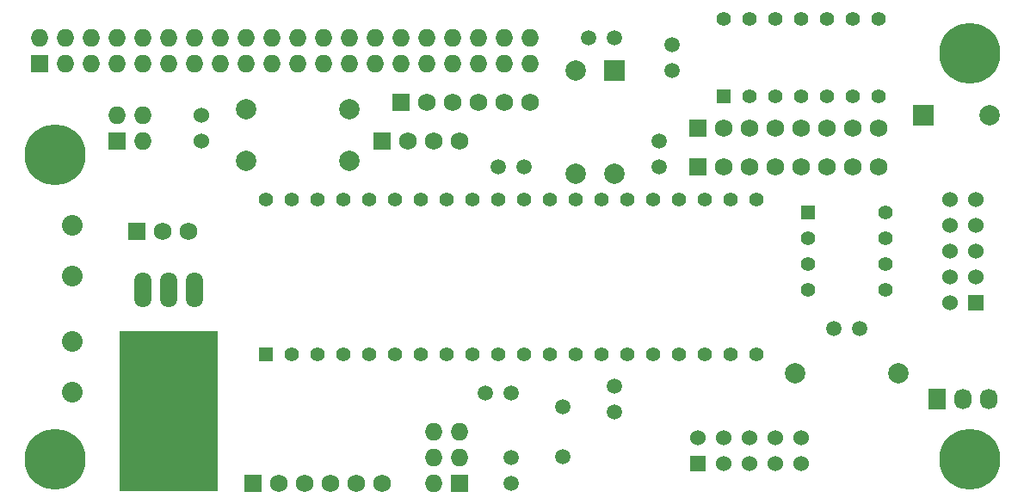
<source format=gts>
%FSLAX34Y34*%
G04 Gerber Fmt 3.4, Leading zero omitted, Abs format*
G04 (created by PCBNEW (2014-jan-25)-product) date Sun 10 Aug 2014 05:09:58 PM PDT*
%MOIN*%
G01*
G70*
G90*
G04 APERTURE LIST*
%ADD10C,0.003937*%
%ADD11C,0.059100*%
%ADD12C,0.078700*%
%ADD13R,0.078700X0.078700*%
%ADD14C,0.060000*%
%ADD15C,0.236220*%
%ADD16R,0.068000X0.080000*%
%ADD17O,0.068000X0.080000*%
%ADD18R,0.068000X0.068000*%
%ADD19O,0.068000X0.068000*%
%ADD20O,0.066900X0.137800*%
%ADD21R,0.380000X0.620000*%
%ADD22R,0.055000X0.055000*%
%ADD23C,0.055000*%
%ADD24R,0.060000X0.060000*%
%ADD25C,0.080000*%
%ADD26C,0.068000*%
G04 APERTURE END LIST*
G54D10*
G54D11*
X59000Y-57000D03*
X59000Y-58000D03*
X63000Y-55250D03*
X63000Y-54250D03*
X59500Y-45750D03*
X58500Y-45750D03*
X58000Y-54500D03*
X59000Y-54500D03*
X72500Y-52000D03*
X71500Y-52000D03*
X64750Y-44750D03*
X64750Y-45750D03*
X65250Y-41000D03*
X65250Y-42000D03*
G54D12*
X63000Y-46000D03*
G54D13*
X63000Y-42000D03*
G54D14*
X47000Y-43750D03*
X47000Y-44750D03*
G54D15*
X41338Y-45275D03*
X76771Y-41338D03*
X41338Y-57086D03*
X76771Y-57086D03*
G54D16*
X75500Y-54750D03*
G54D17*
X76500Y-54750D03*
X77500Y-54750D03*
G54D18*
X43750Y-44750D03*
G54D19*
X43750Y-43750D03*
X44750Y-44750D03*
X44750Y-43750D03*
G54D18*
X57000Y-58000D03*
G54D19*
X56000Y-58000D03*
X57000Y-57000D03*
X56000Y-57000D03*
X57000Y-56000D03*
X56000Y-56000D03*
G54D20*
X45750Y-50500D03*
X46750Y-50500D03*
X44750Y-50500D03*
G54D21*
X45750Y-55200D03*
G54D12*
X70000Y-53750D03*
X74000Y-53750D03*
X61500Y-46000D03*
X61500Y-42000D03*
X48750Y-43500D03*
X52750Y-43500D03*
X48750Y-45500D03*
X52750Y-45500D03*
G54D22*
X67250Y-43000D03*
G54D23*
X68250Y-43000D03*
X69250Y-43000D03*
X70250Y-43000D03*
X71250Y-43000D03*
X72250Y-43000D03*
X73250Y-43000D03*
X73250Y-40000D03*
X72250Y-40000D03*
X71250Y-40000D03*
X70250Y-40000D03*
X69250Y-40000D03*
X68250Y-40000D03*
X67250Y-40000D03*
G54D22*
X70500Y-47500D03*
G54D23*
X70500Y-48500D03*
X70500Y-49500D03*
X70500Y-50500D03*
X73500Y-50500D03*
X73500Y-49500D03*
X73500Y-48500D03*
X73500Y-47500D03*
G54D11*
X61000Y-56961D03*
X61000Y-55039D03*
G54D13*
X74970Y-43750D03*
G54D12*
X77530Y-43750D03*
G54D24*
X66250Y-57250D03*
G54D14*
X66250Y-56250D03*
X67250Y-57250D03*
X67250Y-56250D03*
X68250Y-57250D03*
X68250Y-56250D03*
X69250Y-57250D03*
X69250Y-56250D03*
X70250Y-57250D03*
X70250Y-56250D03*
G54D22*
X49500Y-53000D03*
G54D23*
X50500Y-53000D03*
X51500Y-53000D03*
X52500Y-53000D03*
X53500Y-53000D03*
X54500Y-53000D03*
X55500Y-53000D03*
X56500Y-53000D03*
X57500Y-53000D03*
X58500Y-53000D03*
X59500Y-53000D03*
X60500Y-53000D03*
X61500Y-53000D03*
X62500Y-53000D03*
X63500Y-53000D03*
X64500Y-53000D03*
X65500Y-53000D03*
X66500Y-53000D03*
X67500Y-53000D03*
X68500Y-53000D03*
X68500Y-47000D03*
X67500Y-47000D03*
X66500Y-47000D03*
X65500Y-47000D03*
X64500Y-47000D03*
X63500Y-47000D03*
X62500Y-47000D03*
X61500Y-47000D03*
X60500Y-47000D03*
X59500Y-47000D03*
X58500Y-47000D03*
X57500Y-47000D03*
X56500Y-47000D03*
X55500Y-47000D03*
X54500Y-47000D03*
X53500Y-47000D03*
X52500Y-47000D03*
X51500Y-47000D03*
X50500Y-47000D03*
X49500Y-47000D03*
G54D11*
X62000Y-40750D03*
X63000Y-40750D03*
G54D25*
X42000Y-49984D03*
X42000Y-48015D03*
X42000Y-54484D03*
X42000Y-52515D03*
G54D24*
X77000Y-51000D03*
G54D14*
X76000Y-51000D03*
X77000Y-50000D03*
X76000Y-50000D03*
X77000Y-49000D03*
X76000Y-49000D03*
X77000Y-48000D03*
X76000Y-48000D03*
X77000Y-47000D03*
X76000Y-47000D03*
G54D18*
X54750Y-43250D03*
G54D26*
X55750Y-43250D03*
X56750Y-43250D03*
X57750Y-43250D03*
X58750Y-43250D03*
X59750Y-43250D03*
G54D18*
X49000Y-58000D03*
G54D26*
X50000Y-58000D03*
X51000Y-58000D03*
X52000Y-58000D03*
X53000Y-58000D03*
X54000Y-58000D03*
G54D18*
X44500Y-48250D03*
G54D26*
X45500Y-48250D03*
X46500Y-48250D03*
G54D18*
X40750Y-41750D03*
G54D19*
X40750Y-40750D03*
X41750Y-41750D03*
X41750Y-40750D03*
X42750Y-41750D03*
X42750Y-40750D03*
X43750Y-41750D03*
X43750Y-40750D03*
X44750Y-41750D03*
X44750Y-40750D03*
X45750Y-41750D03*
X45750Y-40750D03*
X46750Y-41750D03*
X46750Y-40750D03*
X47750Y-41750D03*
X47750Y-40750D03*
X48750Y-41750D03*
X48750Y-40750D03*
X49750Y-41750D03*
X49750Y-40750D03*
X50750Y-41750D03*
X50750Y-40750D03*
X51750Y-41750D03*
X51750Y-40750D03*
X52750Y-41750D03*
X52750Y-40750D03*
X53750Y-41750D03*
X53750Y-40750D03*
X54750Y-41750D03*
X54750Y-40750D03*
X55750Y-41750D03*
X55750Y-40750D03*
X56750Y-41750D03*
X56750Y-40750D03*
X57750Y-41750D03*
X57750Y-40750D03*
X58750Y-41750D03*
X58750Y-40750D03*
X59750Y-41750D03*
X59750Y-40750D03*
G54D18*
X54000Y-44750D03*
G54D26*
X55000Y-44750D03*
X56000Y-44750D03*
X57000Y-44750D03*
G54D18*
X66250Y-44250D03*
G54D26*
X67250Y-44250D03*
X68250Y-44250D03*
X69250Y-44250D03*
X70250Y-44250D03*
X71250Y-44250D03*
X72250Y-44250D03*
X73250Y-44250D03*
G54D18*
X66250Y-45750D03*
G54D26*
X67250Y-45750D03*
X68250Y-45750D03*
X69250Y-45750D03*
X70250Y-45750D03*
X71250Y-45750D03*
X72250Y-45750D03*
X73250Y-45750D03*
M02*

</source>
